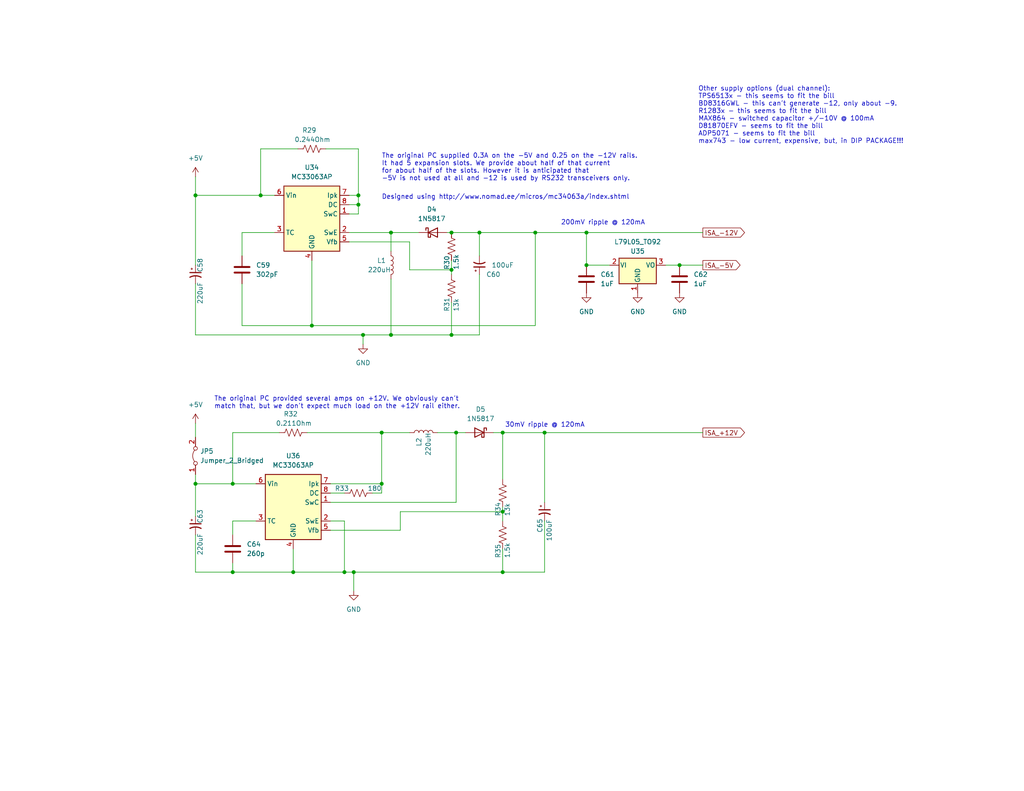
<source format=kicad_sch>
(kicad_sch (version 20231120) (generator "eeschema") (generator_version "8.0")
  (paper "USLetter")
  (title_block (title "ISA Power Supplies"))
  (lib_symbols
    (symbol "Device:C" (pin_numbers hide) (pin_names (offset 0.254))
      (property "Reference" "C" (at 0.635 2.54 0))
      (property "Value" "C" (at 0.635 -2.54 0))
      (symbol "C_0_1"
        (polyline (pts (xy -2.032 -0.762) (xy 2.032 -0.762)) (stroke (width 0.508)))
        (polyline (pts (xy -2.032 0.762) (xy 2.032 0.762)) (stroke (width 0.508)))
      )
      (symbol "C_1_1"
        (pin passive line (at 0 3.81 270) (length 2.794) (name "~") (number "1"))
        (pin passive line (at 0 -3.81 90) (length 2.794) (name "~") (number "2"))
      )
    )
    (symbol "Device:C_Polarized_Small_US" (pin_numbers hide) (pin_names (offset 0.254) hide)
      (property "Reference" "C" (at 0.254 1.778 0))
      (property "Value" "C_Polarized_Small_US" (at 0.254 -2.032 0))
      (symbol "C_Polarized_Small_US_0_1"
        (polyline (pts (xy -1.524 0.508) (xy 1.524 0.508)) (stroke (width 0.3048)))
        (polyline (pts (xy -1.27 1.524) (xy -0.762 1.524)))
        (polyline (pts (xy -1.016 1.27) (xy -1.016 1.778)))
        (arc (start 1.524 -0.762) (mid 0 -0.3734) (end -1.524 -0.762) (stroke (width 0.3048)))
      )
      (symbol "C_Polarized_Small_US_1_1"
        (pin passive line (at 0 2.54 270) (length 2.032) (name "~") (number "1"))
        (pin passive line (at 0 -2.54 90) (length 2.032) (name "~") (number "2"))
      )
    )
    (symbol "Device:L" (pin_numbers hide) (pin_names (offset 1.016) hide)
      (property "Reference" "L" (at -1.27 0 90))
      (property "Value" "L" (at 1.905 0 90))
      (symbol "L_0_1"
        (arc (start 0 -2.54) (mid 0.6323 -1.905) (end 0 -1.27))
        (arc (start 0 -1.27) (mid 0.6323 -0.635) (end 0 0))
        (arc (start 0 0) (mid 0.6323 0.635) (end 0 1.27))
        (arc (start 0 1.27) (mid 0.6323 1.905) (end 0 2.54))
      )
      (symbol "L_1_1"
        (pin passive line (at 0 3.81 270) (length 1.27) (name "1") (number "1"))
        (pin passive line (at 0 -3.81 90) (length 1.27) (name "2") (number "2"))
      )
    )
    (symbol "Device:R_US" (pin_numbers hide) (pin_names (offset 0))
      (property "Reference" "R" (at 2.54 0 90))
      (property "Value" "R_US" (at -2.54 0 90))
      (symbol "R_US_0_1"
        (polyline (pts (xy 0 -2.286) (xy 0 -2.54)))
        (polyline (pts (xy 0 2.286) (xy 0 2.54)))
        (polyline (pts (xy 0 -0.762) (xy 1.016 -1.143) (xy 0 -1.524) (xy -1.016 -1.905) (xy 0 -2.286)))
        (polyline (pts (xy 0 0.762) (xy 1.016 0.381) (xy 0 0) (xy -1.016 -0.381) (xy 0 -0.762)))
        (polyline (pts (xy 0 2.286) (xy 1.016 1.905) (xy 0 1.524) (xy -1.016 1.143) (xy 0 0.762)))
      )
      (symbol "R_US_1_1"
        (pin passive line (at 0 3.81 270) (length 1.27) (name "~") (number "1"))
        (pin passive line (at 0 -3.81 90) (length 1.27) (name "~") (number "2"))
      )
    )
    (symbol "Diode:1N5817" (pin_numbers hide) (pin_names (offset 1.016) hide)
      (property "Reference" "D" (at 0 2.54 0))
      (property "Value" "1N5817" (at 0 -2.54 0))
      (symbol "1N5817_0_1"
        (polyline (pts (xy 1.27 0) (xy -1.27 0)))
        (polyline (pts (xy 1.27 1.27) (xy 1.27 -1.27) (xy -1.27 0) (xy 1.27 1.27)) (stroke (width 0.254)))
        (polyline (pts (xy -1.905 0.635) (xy -1.905 1.27) (xy -1.27 1.27) (xy -1.27 -1.27) (xy -0.635 -1.27) (xy -0.635 -0.635)) (stroke (width 0.254)))
      )
      (symbol "1N5817_1_1"
        (pin passive line (at -3.81 0 0) (length 2.54) (name "K") (number "1"))
        (pin passive line (at 3.81 0 180) (length 2.54) (name "A") (number "2"))
      )
    )
    (symbol "Jumper:Jumper_2_Bridged" (pin_names (offset 0) hide)
      (property "Reference" "JP" (at 0 1.905 0))
      (property "Value" "Jumper_2_Bridged" (at 0 -2.54 0))
      (symbol "Jumper_2_Bridged_0_0"
        (circle (center -2.032 0) (radius 0.508))
        (circle (center 2.032 0) (radius 0.508))
      )
      (symbol "Jumper_2_Bridged_0_1"
        (arc (start 1.524 0.254) (mid 0 0.762) (end -1.524 0.254))
      )
      (symbol "Jumper_2_Bridged_1_1"
        (pin passive line (at -5.08 0 0) (length 2.54) (name "A") (number "1"))
        (pin passive line (at 5.08 0 180) (length 2.54) (name "B") (number "2"))
      )
    )
    (symbol "Regulator_Linear:L79L05_TO92" (pin_names (offset 0.254))
      (property "Reference" "U" (at -3.81 -3.175 0))
      (property "Value" "L79L05_TO92" (at 0 -3.175 0))
      (symbol "L79L05_TO92_0_1"
        (rectangle (start -5.08 5.08) (end 5.08 -1.905) (stroke (width 0.254)) (fill (type background)))
      )
      (symbol "L79L05_TO92_1_1"
        (pin power_in line (at 0 7.62 270) (length 2.54) (name "GND") (number "1"))
        (pin power_in line (at -7.62 0 0) (length 2.54) (name "VI") (number "2"))
        (pin power_out line (at 7.62 0 180) (length 2.54) (name "VO") (number "3"))
      )
    )
    (symbol "Regulator_Switching:MC33063AP"
      (property "Reference" "U" (at -7.62 8.89 0))
      (property "Value" "MC33063AP" (at 0 8.89 0))
      (symbol "MC33063AP_0_1"
        (rectangle (start -7.62 7.62) (end 7.62 -10.16) (stroke (width 0.254)) (fill (type background)))
      )
      (symbol "MC33063AP_1_1"
        (pin open_collector line (at 10.16 0 180) (length 2.54) (name "SwC") (number "1"))
        (pin open_emitter line (at 10.16 -5.08 180) (length 2.54) (name "SwE") (number "2"))
        (pin passive line (at -10.16 -5.08 0) (length 2.54) (name "TC") (number "3"))
        (pin power_in line (at 0 -12.7 90) (length 2.54) (name "GND") (number "4"))
        (pin input line (at 10.16 -7.62 180) (length 2.54) (name "Vfb") (number "5"))
        (pin power_in line (at -10.16 5.08 0) (length 2.54) (name "Vin") (number "6"))
        (pin input line (at 10.16 5.08 180) (length 2.54) (name "Ipk") (number "7"))
        (pin open_collector line (at 10.16 2.54 180) (length 2.54) (name "DC") (number "8"))
      )
    )
    (symbol "power:+5V" (power) (pin_names (offset 0))
      (property "Value" "+5V" (at 0 3.556 0))
      (symbol "+5V_0_1"
        (polyline (pts (xy -0.762 1.27) (xy 0 2.54)))
        (polyline (pts (xy 0 0) (xy 0 2.54)))
        (polyline (pts (xy 0 2.54) (xy 0.762 1.27)))
      )
      (symbol "+5V_1_1"
        (pin power_in line (at 0 0 90) (length 0) hide (name "+5V") (number "1"))
      )
    )
    (symbol "power:GND" (power) (pin_names (offset 0))
      (property "Value" "GND" (at 0 -3.81 0))
      (symbol "GND_0_1"
        (polyline (pts (xy 0 0) (xy 0 -1.27) (xy 1.27 -1.27) (xy 0 -2.54) (xy -1.27 -1.27) (xy 0 -1.27)))
      )
      (symbol "GND_1_1"
        (pin power_in line (at 0 0 270) (length 0) hide (name "GND") (number "1"))
      )
    )
  )
  (junction (at 53.34 53.34))
  (junction (at 97.79 55.88))
  (junction (at 93.98 156.21))
  (junction (at 71.12 53.34))
  (junction (at 97.79 53.34))
  (junction (at 185.42 72.39))
  (junction (at 96.52 156.21))
  (junction (at 124.46 118.11))
  (junction (at 53.34 132.08))
  (junction (at 130.81 63.5))
  (junction (at 63.5 132.08))
  (junction (at 123.19 73.66))
  (junction (at 80.01 156.21))
  (junction (at 104.14 132.08))
  (junction (at 137.16 139.7))
  (junction (at 63.5 156.21))
  (junction (at 123.19 91.44))
  (junction (at 123.19 63.5))
  (junction (at 137.16 118.11))
  (junction (at 104.14 118.11))
  (junction (at 148.59 118.11))
  (junction (at 137.16 156.21))
  (junction (at 99.06 91.44))
  (junction (at 146.05 63.5))
  (junction (at 106.68 63.5))
  (junction (at 106.68 91.44))
  (junction (at 160.02 63.5))
  (junction (at 160.02 72.39))
  (junction (at 85.09 88.9))
  (wire (pts (xy 124.46 118.11) (xy 127 118.11)))
  (wire (pts (xy 99.06 91.44) (xy 99.06 93.98)))
  (wire (pts (xy 166.37 72.39) (xy 160.02 72.39)))
  (wire (pts (xy 160.02 63.5) (xy 160.02 72.39)))
  (wire (pts (xy 63.5 132.08) (xy 63.5 118.11)))
  (wire (pts (xy 63.5 156.21) (xy 80.01 156.21)))
  (wire (pts (xy 96.52 156.21) (xy 137.16 156.21)))
  (wire (pts (xy 148.59 137.16) (xy 148.59 118.11)))
  (wire (pts (xy 123.19 71.12) (xy 123.19 73.66)))
  (wire (pts (xy 88.9 40.64) (xy 97.79 40.64)))
  (wire (pts (xy 111.76 66.04) (xy 95.25 66.04)))
  (wire (pts (xy 53.34 146.05) (xy 53.34 156.21)))
  (wire (pts (xy 148.59 142.24) (xy 148.59 156.21)))
  (wire (pts (xy 97.79 53.34) (xy 97.79 55.88)))
  (wire (pts (xy 93.98 142.24) (xy 93.98 156.21)))
  (wire (pts (xy 53.34 77.47) (xy 53.34 91.44)))
  (wire (pts (xy 123.19 73.66) (xy 111.76 73.66)))
  (wire (pts (xy 137.16 118.11) (xy 137.16 130.81)))
  (wire (pts (xy 123.19 63.5) (xy 121.92 63.5)))
  (wire (pts (xy 71.12 40.64) (xy 71.12 53.34)))
  (wire (pts (xy 71.12 53.34) (xy 53.34 53.34)))
  (wire (pts (xy 90.17 132.08) (xy 104.14 132.08)))
  (wire (pts (xy 95.25 58.42) (xy 97.79 58.42)))
  (wire (pts (xy 93.98 156.21) (xy 80.01 156.21)))
  (wire (pts (xy 80.01 156.21) (xy 80.01 149.86)))
  (wire (pts (xy 74.93 63.5) (xy 66.04 63.5)))
  (wire (pts (xy 83.82 118.11) (xy 104.14 118.11)))
  (wire (pts (xy 53.34 91.44) (xy 99.06 91.44)))
  (wire (pts (xy 53.34 132.08) (xy 63.5 132.08)))
  (wire (pts (xy 63.5 146.05) (xy 63.5 142.24)))
  (wire (pts (xy 123.19 82.55) (xy 123.19 91.44)))
  (wire (pts (xy 109.22 144.78) (xy 109.22 139.7)))
  (wire (pts (xy 119.38 118.11) (xy 124.46 118.11)))
  (wire (pts (xy 130.81 63.5) (xy 146.05 63.5)))
  (wire (pts (xy 130.81 69.85) (xy 130.81 63.5)))
  (wire (pts (xy 53.34 129.54) (xy 53.34 132.08)))
  (wire (pts (xy 93.98 156.21) (xy 96.52 156.21)))
  (wire (pts (xy 63.5 153.67) (xy 63.5 156.21)))
  (wire (pts (xy 137.16 139.7) (xy 137.16 142.24)))
  (wire (pts (xy 137.16 138.43) (xy 137.16 139.7)))
  (wire (pts (xy 160.02 63.5) (xy 191.77 63.5)))
  (wire (pts (xy 148.59 118.11) (xy 191.77 118.11)))
  (wire (pts (xy 95.25 53.34) (xy 97.79 53.34)))
  (wire (pts (xy 53.34 53.34) (xy 53.34 72.39)))
  (wire (pts (xy 53.34 132.08) (xy 53.34 140.97)))
  (wire (pts (xy 85.09 88.9) (xy 146.05 88.9)))
  (wire (pts (xy 53.34 156.21) (xy 63.5 156.21)))
  (wire (pts (xy 137.16 156.21) (xy 148.59 156.21)))
  (wire (pts (xy 104.14 118.11) (xy 104.14 132.08)))
  (wire (pts (xy 90.17 144.78) (xy 109.22 144.78)))
  (wire (pts (xy 81.28 40.64) (xy 71.12 40.64)))
  (wire (pts (xy 90.17 142.24) (xy 93.98 142.24)))
  (wire (pts (xy 123.19 91.44) (xy 130.81 91.44)))
  (wire (pts (xy 97.79 55.88) (xy 95.25 55.88)))
  (wire (pts (xy 66.04 63.5) (xy 66.04 69.85)))
  (wire (pts (xy 63.5 118.11) (xy 76.2 118.11)))
  (wire (pts (xy 185.42 72.39) (xy 191.77 72.39)))
  (wire (pts (xy 124.46 137.16) (xy 90.17 137.16)))
  (wire (pts (xy 130.81 63.5) (xy 123.19 63.5)))
  (wire (pts (xy 137.16 149.86) (xy 137.16 156.21)))
  (wire (pts (xy 124.46 118.11) (xy 124.46 137.16)))
  (wire (pts (xy 123.19 73.66) (xy 123.19 74.93)))
  (wire (pts (xy 146.05 63.5) (xy 146.05 88.9)))
  (wire (pts (xy 137.16 118.11) (xy 134.62 118.11)))
  (wire (pts (xy 90.17 134.62) (xy 93.98 134.62)))
  (wire (pts (xy 104.14 132.08) (xy 104.14 134.62)))
  (wire (pts (xy 63.5 142.24) (xy 69.85 142.24)))
  (wire (pts (xy 97.79 58.42) (xy 97.79 55.88)))
  (wire (pts (xy 66.04 77.47) (xy 66.04 88.9)))
  (wire (pts (xy 63.5 132.08) (xy 69.85 132.08)))
  (wire (pts (xy 181.61 72.39) (xy 185.42 72.39)))
  (wire (pts (xy 109.22 139.7) (xy 137.16 139.7)))
  (wire (pts (xy 53.34 115.57) (xy 53.34 119.38)))
  (wire (pts (xy 106.68 76.2) (xy 106.68 91.44)))
  (wire (pts (xy 106.68 91.44) (xy 123.19 91.44)))
  (wire (pts (xy 137.16 118.11) (xy 148.59 118.11)))
  (wire (pts (xy 104.14 118.11) (xy 111.76 118.11)))
  (wire (pts (xy 146.05 63.5) (xy 160.02 63.5)))
  (wire (pts (xy 85.09 71.12) (xy 85.09 88.9)))
  (wire (pts (xy 97.79 40.64) (xy 97.79 53.34)))
  (wire (pts (xy 96.52 161.29) (xy 96.52 156.21)))
  (wire (pts (xy 71.12 53.34) (xy 74.93 53.34)))
  (wire (pts (xy 66.04 88.9) (xy 85.09 88.9)))
  (wire (pts (xy 106.68 63.5) (xy 114.3 63.5)))
  (wire (pts (xy 130.81 74.93) (xy 130.81 91.44)))
  (wire (pts (xy 106.68 63.5) (xy 106.68 68.58)))
  (wire (pts (xy 95.25 63.5) (xy 106.68 63.5)))
  (wire (pts (xy 104.14 134.62) (xy 101.6 134.62)))
  (wire (pts (xy 99.06 91.44) (xy 106.68 91.44)))
  (wire (pts (xy 111.76 73.66) (xy 111.76 66.04)))
  (wire (pts (xy 53.34 48.26) (xy 53.34 53.34)))
  (text "The original PC supplied 0.3A on the -5V and 0.25 on the -12V rails.\nIt had 5 expansion slots. We provide about half of that current\nfor about half of the slots. However it is anticipated that\n-5V is not used at all and -12 is used by RS232 transceivers only." (at 104.14 49.53 0) (effects (font (size 1.27 1.27)) (justify left bottom)))
  (text "The original PC provided several amps on +12V. We obviously can't\nmatch that, but we don't expect much load on the +12V rail either.\n" (at 58.42 111.76 0) (effects (font (size 1.27 1.27)) (justify left bottom)))
  (text "30mV ripple @ 120mA" (at 137.795 116.84 0) (effects (font (size 1.27 1.27)) (justify left bottom)))
  (text "200mV ripple @ 120mA" (at 153.035 61.595 0) (effects (font (size 1.27 1.27)) (justify left bottom)))
  (text "Designed using http://www.nomad.ee/micros/mc34063a/index.shtml" (at 104.14 54.61 0) (effects (font (size 1.27 1.27)) (justify left bottom)))
  (text "Other supply options (dual channel):\nTPS6513x - this seems to fit the bill\nBD8316GWL - this can't generate -12, only about -9.\nR1283x - this seems to fit the bill\nMAX864 - switched capacitor +/-10V @ 100mA\nD81870EFV - seems to fit the bill\nADP5071 - seems to fit the bill\nmax743 - low current, expensive, but, in DIP PACKAGE!!!" (at 190.5 39.37 0) (effects (font (size 1.27 1.27)) (justify left bottom)))
  (global_label "ISA_-12V" (shape output) (at 191.77 63.5 0) (property "Intersheetrefs" "${INTERSHEET_REFS}" (effects (hide yes))))
  (global_label "ISA_-5V" (shape output) (at 191.77 72.39 0) (property "Intersheetrefs" "${INTERSHEET_REFS}" (effects (hide yes))))
  (global_label "ISA_+12V" (shape output) (at 191.77 118.11 0) (property "Intersheetrefs" "${INTERSHEET_REFS}" (effects (hide yes))))
  (symbol (lib_id "Device:C") (at 185.42 76.2 0) (unit 1)
    (property "Reference" "C62" (at 189.23 74.93 0) (effects (justify left)))
    (property "Value" "1uF" (at 189.23 77.47 0) (effects (justify left)))
    (property "Footprint" "Capacitor_THT:C_Disc_D4.7mm_W2.5mm_P5.00mm" (effects (hide yes)))
    (property "mpf#" "FG28X5R1H105KRT06" (effects (hide yes)))
  )
  (symbol (lib_id "Device:C_Polarized_Small_US") (at 130.81 72.39 0) (mirror x) (unit 1)
    (property "Reference" "C60" (at 134.62 74.93 0))
    (property "Value" "100uF" (at 137.16 72.39 0))
    (property "Footprint" "Capacitor_THT:CP_Radial_D6.3mm_P2.50mm" (effects (hide yes)))
    (property "mfp#" "860020473008" (effects (hide yes)))
  )
  (symbol (lib_id "Device:R_US") (at 85.09 40.64 90) (unit 1)
    (property "Reference" "R29" (at 86.36 35.56 90) (effects (justify left)))
    (property "Value" "0.244Ohm" (at 90.17 38.1 90) (effects (justify left)))
    (property "Footprint" "Resistor_THT:R_Axial_DIN0204_L3.6mm_D1.6mm_P5.08mm_Horizontal" (effects (hide yes)))
  )
  (symbol (lib_id "Device:R_US") (at 80.01 118.11 90) (unit 1)
    (property "Reference" "R32" (at 81.28 113.03 90) (effects (justify left)))
    (property "Value" "0.211Ohm" (at 85.09 115.57 90) (effects (justify left)))
    (property "Footprint" "Resistor_THT:R_Axial_DIN0204_L3.6mm_D1.6mm_P5.08mm_Horizontal" (effects (hide yes)))
  )
  (symbol (lib_id "Device:R_US") (at 137.16 146.05 0) (unit 1)
    (property "Reference" "R35" (at 135.89 152.4 90) (effects (justify left)))
    (property "Value" "1.5k" (at 138.43 152.4 90) (effects (justify left)))
    (property "Footprint" "Resistor_THT:R_Axial_DIN0204_L3.6mm_D1.6mm_P5.08mm_Horizontal" (effects (hide yes)))
  )
  (symbol (lib_id "Device:R_US") (at 137.16 134.62 0) (unit 1)
    (property "Reference" "R34" (at 135.89 140.97 90) (effects (justify left)))
    (property "Value" "13k" (at 138.43 140.97 90) (effects (justify left)))
    (property "Footprint" "Resistor_THT:R_Axial_DIN0204_L3.6mm_D1.6mm_P5.08mm_Horizontal" (effects (hide yes)))
  )
  (symbol (lib_id "power:GND") (at 99.06 93.98 0) (unit 1)
    (property "Reference" "#PWR0222" (effects (hide yes)))
    (property "Value" "GND" (at 99.06 99.06 0))
  )
  (symbol (lib_id "power:+5V") (at 53.34 115.57 0) (unit 1)
    (property "Reference" "#PWR0243" (effects (hide yes)))
    (property "Value" "+5V" (at 53.34 110.49 0))
  )
  (symbol (lib_id "Regulator_Switching:MC33063AP") (at 80.01 137.16 0) (unit 1)
    (property "Reference" "U36" (at 80.01 124.46 0))
    (property "Value" "MC33063AP" (at 80.01 127 0))
    (property "Footprint" "Package_DIP:DIP-8_W7.62mm_LongPads" (effects (hide yes)))
    (property "Datasheet" "http://www.onsemi.com/pub_link/Collateral/MC34063A-D.PDF" (effects (hide yes)))
  )
  (symbol (lib_id "Device:R_US") (at 97.79 134.62 90) (unit 1)
    (property "Reference" "R33" (at 95.25 133.35 90) (effects (justify left)))
    (property "Value" "180" (at 104.14 133.35 90) (effects (justify left)))
    (property "Footprint" "Resistor_THT:R_Axial_DIN0204_L3.6mm_D1.6mm_P5.08mm_Horizontal" (effects (hide yes)))
  )
  (symbol (lib_id "Device:C_Polarized_Small_US") (at 53.34 143.51 0) (unit 1)
    (property "Reference" "C63" (at 54.61 140.97 90))
    (property "Value" "220uF" (at 54.61 148.59 90))
    (property "Footprint" "Capacitor_THT:CP_Radial_D6.3mm_P2.50mm" (effects (hide yes)))
    (property "mfp#" "860020273009" (effects (hide yes)))
  )
  (symbol (lib_id "Device:C_Polarized_Small_US") (at 53.34 74.93 0) (unit 1)
    (property "Reference" "C58" (at 54.61 72.39 90))
    (property "Value" "220uF" (at 54.61 80.01 90))
    (property "Footprint" "Capacitor_THT:CP_Radial_D6.3mm_P2.50mm" (effects (hide yes)))
    (property "Field4mfp#" "860020273009" (effects (hide yes)))
  )
  (symbol (lib_id "power:GND") (at 185.42 80.01 0) (unit 1)
    (property "Reference" "#PWR0242" (effects (hide yes)))
    (property "Value" "GND" (at 185.42 85.09 0))
  )
  (symbol (lib_id "Regulator_Linear:L79L05_TO92") (at 173.99 72.39 0) (mirror x) (unit 1)
    (property "Reference" "U35" (at 173.99 68.58 0))
    (property "Value" "L79L05_TO92" (at 173.99 66.04 0))
    (property "Footprint" "Package_TO_SOT_THT:TO-92_Inline" (effects (hide yes)))
    (property "Datasheet" "http://www.farnell.com/datasheets/1827870.pdf" (effects (hide yes)))
  )
  (symbol (lib_id "Device:C") (at 63.5 149.86 0) (unit 1)
    (property "Reference" "C64" (at 67.31 148.59 0) (effects (justify left)))
    (property "Value" "260p" (at 67.31 151.13 0) (effects (justify left)))
    (property "Footprint" "Capacitor_THT:C_Disc_D4.7mm_W2.5mm_P5.00mm" (effects (hide yes)))
    (property "mpf#" "FG28X5R1H105KRT06" (effects (hide yes)))
  )
  (symbol (lib_id "Device:R_US") (at 123.19 78.74 0) (unit 1)
    (property "Reference" "R31" (at 121.92 85.09 90) (effects (justify left)))
    (property "Value" "13k" (at 124.46 85.09 90) (effects (justify left)))
    (property "Footprint" "Resistor_THT:R_Axial_DIN0204_L3.6mm_D1.6mm_P5.08mm_Horizontal" (effects (hide yes)))
  )
  (symbol (lib_id "Diode:1N5817") (at 118.11 63.5 0) (unit 1)
    (property "Reference" "D4" (at 117.7925 57.15 0))
    (property "Value" "1N5817" (at 117.7925 59.69 0))
    (property "Footprint" "Diode_THT:D_DO-41_SOD81_P10.16mm_Horizontal" (effects (hide yes)))
    (property "Datasheet" "http://www.vishay.com/docs/88525/1n5817.pdf" (effects (hide yes)))
  )
  (symbol (lib_id "Regulator_Switching:MC33063AP") (at 85.09 58.42 0) (unit 1)
    (property "Reference" "U34" (at 85.09 45.72 0))
    (property "Value" "MC33063AP" (at 85.09 48.26 0))
    (property "Footprint" "Package_DIP:DIP-8_W7.62mm_LongPads" (effects (hide yes)))
    (property "Datasheet" "http://www.onsemi.com/pub_link/Collateral/MC34063A-D.PDF" (effects (hide yes)))
  )
  (symbol (lib_id "Diode:1N5817") (at 130.81 118.11 0) (mirror y) (unit 1)
    (property "Reference" "D5" (at 131.1275 111.76 0))
    (property "Value" "1N5817" (at 131.1275 114.3 0))
    (property "Footprint" "Diode_THT:D_DO-41_SOD81_P10.16mm_Horizontal" (effects (hide yes)))
    (property "Datasheet" "http://www.vishay.com/docs/88525/1n5817.pdf" (effects (hide yes)))
  )
  (symbol (lib_id "Device:C_Polarized_Small_US") (at 148.59 139.7 0) (unit 1)
    (property "Reference" "C65" (at 147.32 143.51 90))
    (property "Value" "100uF" (at 149.86 144.78 90))
    (property "Footprint" "Capacitor_THT:CP_Radial_D6.3mm_P2.50mm" (effects (hide yes)))
    (property "mfp#" "860020473008" (effects (hide yes)))
  )
  (symbol (lib_id "power:GND") (at 173.99 80.01 0) (unit 1)
    (property "Reference" "#PWR0241" (effects (hide yes)))
    (property "Value" "GND" (at 173.99 85.09 0))
  )
  (symbol (lib_id "Device:C") (at 160.02 76.2 0) (unit 1)
    (property "Reference" "C61" (at 163.83 74.93 0) (effects (justify left)))
    (property "Value" "1uF" (at 163.83 77.47 0) (effects (justify left)))
    (property "Footprint" "Capacitor_THT:C_Disc_D4.7mm_W2.5mm_P5.00mm" (effects (hide yes)))
    (property "mpf#" "FG28X5R1H105KRT06" (effects (hide yes)))
  )
  (symbol (lib_id "Device:L") (at 106.68 72.39 0) (unit 1)
    (property "Reference" "L1" (at 102.87 71.12 0) (effects (justify left)))
    (property "Value" "220uH" (at 100.33 73.66 0) (effects (justify left)))
    (property "Footprint" "Inductor_THT:L_Radial_D8.7mm_P5.00mm_Fastron_07HCP" (effects (hide yes)))
    (property "Datasheet" "DRC-V-270K, but CHECK FOOTPRINT!!!" (effects (hide yes)))
    (property "mfp#" "RLB09140-221KL" (effects (hide yes)))
  )
  (symbol (lib_id "power:GND") (at 96.52 161.29 0) (unit 1)
    (property "Reference" "#PWR0244" (effects (hide yes)))
    (property "Value" "GND" (at 96.52 166.37 0))
  )
  (symbol (lib_id "Device:R_US") (at 123.19 67.31 0) (unit 1)
    (property "Reference" "R30" (at 121.92 73.66 90) (effects (justify left)))
    (property "Value" "1.5k" (at 124.46 73.66 90) (effects (justify left)))
    (property "Footprint" "Resistor_THT:R_Axial_DIN0204_L3.6mm_D1.6mm_P5.08mm_Horizontal" (effects (hide yes)))
  )
  (symbol (lib_id "Device:C") (at 66.04 73.66 0) (unit 1)
    (property "Reference" "C59" (at 69.85 72.39 0) (effects (justify left)))
    (property "Value" "302pF" (at 69.85 74.93 0) (effects (justify left)))
    (property "Footprint" "Capacitor_THT:C_Disc_D4.7mm_W2.5mm_P5.00mm" (effects (hide yes)))
    (property "mpf#" "FG28X5R1H105KRT06" (effects (hide yes)))
  )
  (symbol (lib_id "power:GND") (at 160.02 80.01 0) (unit 1)
    (property "Reference" "#PWR0227" (effects (hide yes)))
    (property "Value" "GND" (at 160.02 85.09 0))
  )
  (symbol (lib_id "Device:L") (at 115.57 118.11 90) (unit 1)
    (property "Reference" "L2" (at 114.3 121.92 0) (effects (justify left)))
    (property "Value" "220uH" (at 116.84 124.46 0) (effects (justify left)))
    (property "Footprint" "Inductor_THT:L_Radial_D8.7mm_P5.00mm_Fastron_07HCP" (effects (hide yes)))
    (property "mfp#" "RLB09140-221KL" (effects (hide yes)))
  )
  (symbol (lib_id "Jumper:Jumper_2_Bridged") (at 53.34 124.46 90) (unit 1)
    (property "Reference" "JP5" (at 54.61 123.19 90) (effects (justify right)))
    (property "Value" "Jumper_2_Bridged" (at 54.61 125.73 90) (effects (justify right)))
    (property "Footprint" "Connector_PinHeader_2.54mm:PinHeader_1x02_P2.54mm_Vertical" (effects (hide yes)))
  )
  (symbol (lib_id "power:+5V") (at 53.34 48.26 0) (unit 1)
    (property "Reference" "#PWR0210" (effects (hide yes)))
    (property "Value" "+5V" (at 53.34 43.18 0))
  )
)
</source>
